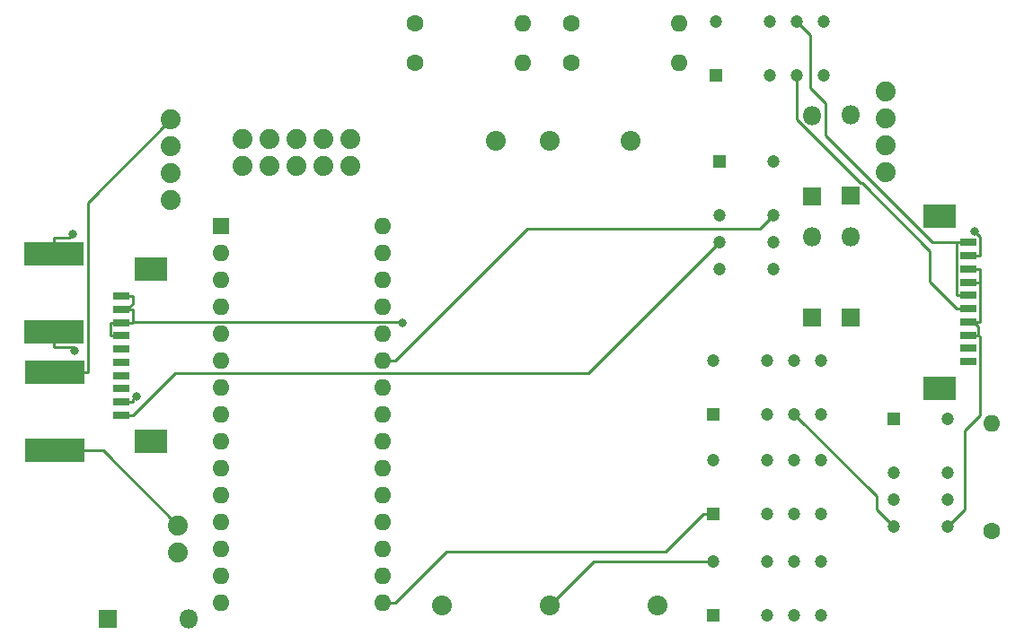
<source format=gbr>
G04 #@! TF.GenerationSoftware,KiCad,Pcbnew,(5.1.5)-3*
G04 #@! TF.CreationDate,2020-05-01T11:25:14-05:00*
G04 #@! TF.ProjectId,45-1591-1,34352d31-3539-4312-9d31-2e6b69636164,rev?*
G04 #@! TF.SameCoordinates,Original*
G04 #@! TF.FileFunction,Copper,L1,Top*
G04 #@! TF.FilePolarity,Positive*
%FSLAX46Y46*%
G04 Gerber Fmt 4.6, Leading zero omitted, Abs format (unit mm)*
G04 Created by KiCad (PCBNEW (5.1.5)-3) date 2020-05-01 11:25:14*
%MOMM*%
%LPD*%
G04 APERTURE LIST*
%ADD10C,1.875000*%
%ADD11O,1.600000X1.600000*%
%ADD12R,1.600000X1.600000*%
%ADD13C,1.600000*%
%ADD14R,1.200000X1.200000*%
%ADD15C,1.200000*%
%ADD16R,3.100000X2.200000*%
%ADD17R,1.500000X0.800000*%
%ADD18O,1.800000X1.800000*%
%ADD19R,1.800000X1.800000*%
%ADD20R,5.600000X2.300000*%
%ADD21C,1.879600*%
%ADD22C,0.800000*%
%ADD23C,0.250000*%
G04 APERTURE END LIST*
D10*
X119329000Y-117458400D03*
X109169000Y-117458400D03*
X99009000Y-117458400D03*
X116789000Y-73558400D03*
X109169000Y-73558400D03*
X104089000Y-73558400D03*
D11*
X93472000Y-117195600D03*
X78232000Y-117195600D03*
X93472000Y-81635600D03*
X78232000Y-114655600D03*
X93472000Y-84175600D03*
X78232000Y-112115600D03*
X93472000Y-86715600D03*
X78232000Y-109575600D03*
X93472000Y-89255600D03*
X78232000Y-107035600D03*
X93472000Y-91795600D03*
X78232000Y-104495600D03*
X93472000Y-94335600D03*
X78232000Y-101955600D03*
X93472000Y-96875600D03*
X78232000Y-99415600D03*
X93472000Y-99415600D03*
X78232000Y-96875600D03*
X93472000Y-101955600D03*
X78232000Y-94335600D03*
X93472000Y-104495600D03*
X78232000Y-91795600D03*
X93472000Y-107035600D03*
X78232000Y-89255600D03*
X93472000Y-109575600D03*
X78232000Y-86715600D03*
X93472000Y-112115600D03*
X78232000Y-84175600D03*
X93472000Y-114655600D03*
D12*
X78232000Y-81635600D03*
D11*
X106660000Y-62500000D03*
D13*
X96500000Y-62500000D03*
D11*
X121410000Y-66250000D03*
D13*
X111250000Y-66250000D03*
D11*
X106660000Y-66250000D03*
D13*
X96500000Y-66250000D03*
D11*
X121410000Y-62500000D03*
D13*
X111250000Y-62500000D03*
D11*
X150812000Y-100254000D03*
D13*
X150812000Y-110414000D03*
D14*
X141592000Y-99862000D03*
D15*
X146672000Y-99862000D03*
X141592000Y-104942000D03*
X146672000Y-110022000D03*
X141592000Y-107482000D03*
X141592000Y-110022000D03*
X146672000Y-104942000D03*
X146672000Y-107482000D03*
X132234000Y-113271000D03*
X129694000Y-113271000D03*
X134774000Y-118351000D03*
X132234000Y-118351000D03*
X134774000Y-113271000D03*
X129694000Y-118351000D03*
X124614000Y-113271000D03*
D14*
X124614000Y-118351000D03*
X124614000Y-99364800D03*
D15*
X124614000Y-94284800D03*
X129694000Y-99364800D03*
X134774000Y-94284800D03*
X132234000Y-99364800D03*
X134774000Y-99364800D03*
X129694000Y-94284800D03*
X132234000Y-94284800D03*
D14*
X125222000Y-75541200D03*
D15*
X130302000Y-75541200D03*
X125222000Y-80621200D03*
X130302000Y-85701200D03*
X125222000Y-83161200D03*
X125222000Y-85701200D03*
X130302000Y-80621200D03*
X130302000Y-83161200D03*
D14*
X124614000Y-108776000D03*
D15*
X124614000Y-103696000D03*
X129694000Y-108776000D03*
X134774000Y-103696000D03*
X132234000Y-108776000D03*
X134774000Y-108776000D03*
X129694000Y-103696000D03*
X132234000Y-103696000D03*
D14*
X124830000Y-67386200D03*
D15*
X124830000Y-62306200D03*
X129910000Y-67386200D03*
X134990000Y-62306200D03*
X132450000Y-67386200D03*
X134990000Y-67386200D03*
X129910000Y-62306200D03*
X132450000Y-62306200D03*
D16*
X71593300Y-85728000D03*
X71593300Y-101978000D03*
D17*
X68843300Y-88228000D03*
X68843300Y-89478000D03*
X68843300Y-90728000D03*
X68843300Y-91978000D03*
X68843300Y-93228000D03*
X68843300Y-94478000D03*
X68843300Y-95728000D03*
X68843300Y-96978000D03*
X68843300Y-98228000D03*
X68843300Y-99478000D03*
D16*
X145894000Y-96923400D03*
X145894000Y-80673400D03*
D17*
X148644000Y-94423400D03*
X148644000Y-93173400D03*
X148644000Y-91923400D03*
X148644000Y-90673400D03*
X148644000Y-89423400D03*
X148644000Y-88173400D03*
X148644000Y-86923400D03*
X148644000Y-85673400D03*
X148644000Y-84423400D03*
X148644000Y-83173400D03*
D18*
X75133200Y-118732000D03*
D19*
X67513200Y-118732000D03*
D18*
X137592000Y-71145400D03*
D19*
X137592000Y-78765400D03*
D18*
X133922000Y-71196200D03*
D19*
X133922000Y-78816200D03*
D18*
X137592000Y-82600600D03*
D19*
X137592000Y-90220600D03*
D18*
X133922000Y-82600600D03*
D19*
X133922000Y-90220600D03*
D20*
X62522100Y-102823500D03*
X62522100Y-95423500D03*
X62471300Y-84209400D03*
X62471300Y-91609400D03*
D21*
X74155300Y-109906000D03*
X74155300Y-112446000D03*
X73482200Y-79171800D03*
X73482200Y-76631800D03*
X73482200Y-74091800D03*
X73482200Y-71551800D03*
X80200500Y-75933300D03*
X80200500Y-73393300D03*
X82740500Y-75933300D03*
X82740500Y-73393300D03*
X85280500Y-75933300D03*
X85280500Y-73393300D03*
X87820500Y-75933300D03*
X87820500Y-73393300D03*
X90360500Y-75933300D03*
X90360500Y-73393300D03*
X140830000Y-76530200D03*
X140830000Y-73990200D03*
X140830000Y-71450200D03*
X140830000Y-68910200D03*
D22*
X64414700Y-93362200D03*
X64240600Y-82347500D03*
X149244700Y-82163300D03*
X95302500Y-90792200D03*
X70200200Y-97695800D03*
D23*
X109169000Y-117458400D02*
X113356400Y-113271000D01*
X113356400Y-113271000D02*
X124614000Y-113271000D01*
X124614000Y-108776000D02*
X123688700Y-108776000D01*
X93472000Y-117195600D02*
X94597300Y-117195600D01*
X94597300Y-117195600D02*
X99447300Y-112345600D01*
X99447300Y-112345600D02*
X120119100Y-112345600D01*
X120119100Y-112345600D02*
X123688700Y-108776000D01*
X74155300Y-109906000D02*
X67072800Y-102823500D01*
X67072800Y-102823500D02*
X62522100Y-102823500D01*
X65647400Y-95423500D02*
X65647400Y-79386600D01*
X65647400Y-79386600D02*
X73482200Y-71551800D01*
X62522100Y-95423500D02*
X65647400Y-95423500D01*
X62471300Y-91609400D02*
X62471300Y-93084700D01*
X62471300Y-93084700D02*
X64137200Y-93084700D01*
X64137200Y-93084700D02*
X64414700Y-93362200D01*
X62471300Y-84209400D02*
X62471300Y-82734100D01*
X62471300Y-82734100D02*
X63854000Y-82734100D01*
X63854000Y-82734100D02*
X64240600Y-82347500D01*
X149181700Y-90673400D02*
X149606700Y-91098400D01*
X149606700Y-91098400D02*
X149606700Y-91923400D01*
X149606700Y-91923400D02*
X149719300Y-92036000D01*
X149719300Y-92036000D02*
X149719300Y-99505100D01*
X149719300Y-99505100D02*
X148286600Y-100937800D01*
X148286600Y-100937800D02*
X148286600Y-108407400D01*
X148286600Y-108407400D02*
X146672000Y-110022000D01*
X148644000Y-91923400D02*
X149606700Y-91923400D01*
X149181700Y-90673400D02*
X149719300Y-90673400D01*
X148644000Y-90673400D02*
X149181700Y-90673400D01*
X148644000Y-86923400D02*
X149719300Y-86923400D01*
X148644000Y-85673400D02*
X149719300Y-85673400D01*
X149719300Y-86923400D02*
X149719300Y-90673400D01*
X149719300Y-85673400D02*
X149719300Y-86923400D01*
X149719300Y-84423400D02*
X149719300Y-82637900D01*
X149719300Y-82637900D02*
X149244700Y-82163300D01*
X148644000Y-84423400D02*
X149719300Y-84423400D01*
X148644000Y-89423400D02*
X147568700Y-89423400D01*
X132450000Y-67386200D02*
X132450000Y-71519000D01*
X132450000Y-71519000D02*
X138471100Y-77540100D01*
X138471100Y-77540100D02*
X138626800Y-77540100D01*
X138626800Y-77540100D02*
X145043100Y-83956400D01*
X145043100Y-83956400D02*
X145043100Y-86897800D01*
X145043100Y-86897800D02*
X147568700Y-89423400D01*
X147568700Y-83173400D02*
X145283500Y-83173400D01*
X145283500Y-83173400D02*
X135147400Y-73037300D01*
X135147400Y-73037300D02*
X135147400Y-70018900D01*
X135147400Y-70018900D02*
X133720100Y-68591600D01*
X133720100Y-68591600D02*
X133720100Y-63576300D01*
X133720100Y-63576300D02*
X132450000Y-62306200D01*
X147681300Y-83173400D02*
X147568700Y-83173400D01*
X148644000Y-83173400D02*
X147681300Y-83173400D01*
X148644000Y-88173400D02*
X147568700Y-88173400D01*
X147568700Y-83173400D02*
X147568700Y-88173400D01*
X68843300Y-90728000D02*
X67768000Y-90728000D01*
X68843300Y-91978000D02*
X67768000Y-91978000D01*
X67768000Y-91978000D02*
X67768000Y-90728000D01*
X68843300Y-90728000D02*
X69918600Y-90728000D01*
X69918600Y-90670200D02*
X69918600Y-89478000D01*
X95302500Y-90792200D02*
X95180500Y-90670200D01*
X95180500Y-90670200D02*
X69918600Y-90670200D01*
X69918600Y-90728000D02*
X69918600Y-90670200D01*
X68843300Y-88228000D02*
X69918600Y-88228000D01*
X69381000Y-89478000D02*
X69918600Y-88940400D01*
X69918600Y-88940400D02*
X69918600Y-88228000D01*
X69381000Y-89478000D02*
X69918600Y-89478000D01*
X68843300Y-89478000D02*
X69381000Y-89478000D01*
X132234000Y-99364800D02*
X139977400Y-107108200D01*
X139977400Y-107108200D02*
X139977400Y-108407400D01*
X139977400Y-108407400D02*
X141592000Y-110022000D01*
X69918600Y-98228000D02*
X69918600Y-97977400D01*
X69918600Y-97977400D02*
X70200200Y-97695800D01*
X68843300Y-98228000D02*
X69918600Y-98228000D01*
X68843300Y-99478000D02*
X69918600Y-99478000D01*
X69918600Y-99478000D02*
X73864900Y-95531700D01*
X73864900Y-95531700D02*
X112851500Y-95531700D01*
X112851500Y-95531700D02*
X125222000Y-83161200D01*
X93472000Y-94335600D02*
X94597300Y-94335600D01*
X130302000Y-80621200D02*
X129032000Y-81891200D01*
X129032000Y-81891200D02*
X107041700Y-81891200D01*
X107041700Y-81891200D02*
X94597300Y-94335600D01*
M02*

</source>
